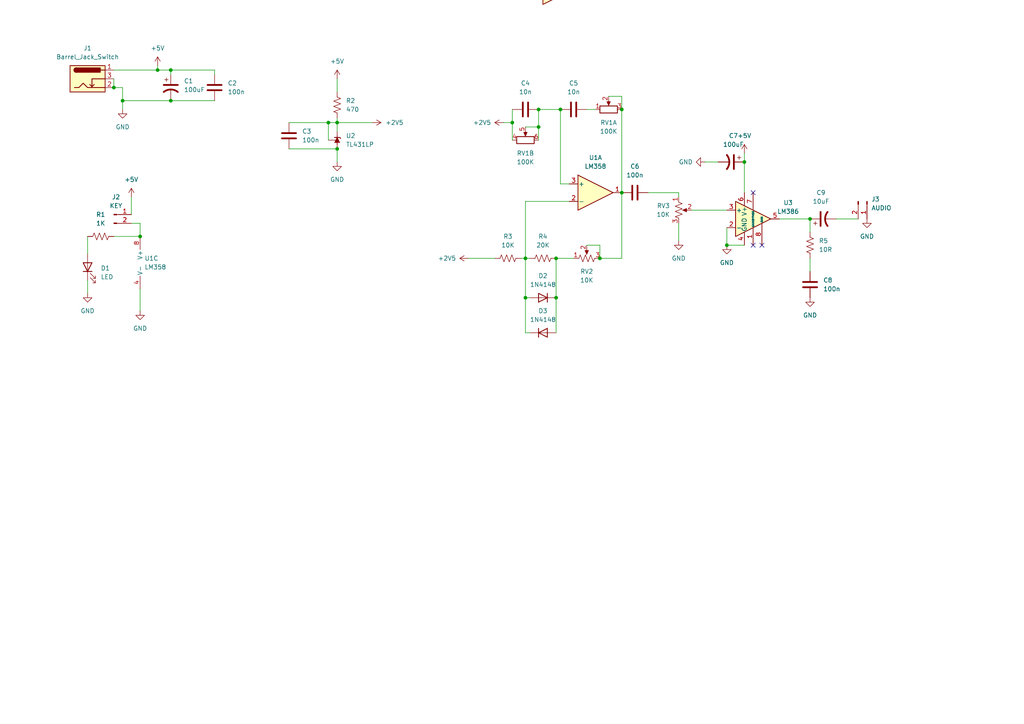
<source format=kicad_sch>
(kicad_sch (version 20211123) (generator eeschema)
  (paper "A4")
  (lib_symbols
    (symbol "Amplifier_Audio:LM386" (pin_names (offset 0.127))
      (property "Reference" "U" (at 1.27 7.62 0))
      (property "Value" "LM386" (at 1.27 5.08 0))
      (symbol "LM386_0_1"
        (polyline (pts (xy 5.08 0) (xy -5.08 5.08) (xy -5.08 -5.08) (xy 5.08 0)) (stroke (width 0.254)) (fill (type background)))
      )
      (symbol "LM386_1_1"
        (pin input line (at 0 -7.62 90) (length 5.08) (name "GAIN") (number "1"))
        (pin input line (at -7.62 -2.54 0) (length 2.54) (name "-") (number "2"))
        (pin input line (at -7.62 2.54 0) (length 2.54) (name "+") (number "3"))
        (pin power_in line (at -2.54 -7.62 90) (length 3.81) (name "GND") (number "4"))
        (pin output line (at 7.62 0 180) (length 2.54) (name "~") (number "5"))
        (pin power_in line (at -2.54 7.62 270) (length 3.81) (name "V+") (number "6"))
        (pin input line (at 0 7.62 270) (length 5.08) (name "BYPASS") (number "7"))
        (pin input line (at 2.54 -7.62 90) (length 6.35) (name "GAIN") (number "8"))
      )
    )
    (symbol "Amplifier_Operational:LM358" (pin_names (offset 0.127))
      (property "Reference" "U" (at 0 5.08 0))
      (property "Value" "LM358" (at 0 -5.08 0))
      (symbol "LM358_1_1"
        (polyline (pts (xy -5.08 5.08) (xy 5.08 0) (xy -5.08 -5.08) (xy -5.08 5.08)) (stroke (width 0.254)) (fill (type background)))
        (pin output line (at 7.62 0 180) (length 2.54) (name "~") (number "1"))
        (pin input line (at -7.62 -2.54 0) (length 2.54) (name "-") (number "2"))
        (pin input line (at -7.62 2.54 0) (length 2.54) (name "+") (number "3"))
      )
      (symbol "LM358_2_1"
        (polyline (pts (xy -5.08 5.08) (xy 5.08 0) (xy -5.08 -5.08) (xy -5.08 5.08)) (stroke (width 0.254)) (fill (type background)))
        (pin input line (at -7.62 2.54 0) (length 2.54) (name "+") (number "5"))
        (pin input line (at -7.62 -2.54 0) (length 2.54) (name "-") (number "6"))
        (pin output line (at 7.62 0 180) (length 2.54) (name "~") (number "7"))
      )
      (symbol "LM358_3_1"
        (pin power_in line (at -2.54 -7.62 90) (length 3.81) (name "V-") (number "4"))
        (pin power_in line (at -2.54 7.62 270) (length 3.81) (name "V+") (number "8"))
      )
    )
    (symbol "Connector:Barrel_Jack_Switch" (pin_names hide)
      (property "Reference" "J" (at 0 5.334 0))
      (property "Value" "Barrel_Jack_Switch" (at 0 -5.08 0))
      (symbol "Barrel_Jack_Switch_0_1"
        (rectangle (start -5.08 3.81) (end 5.08 -3.81) (stroke (width 0.254)) (fill (type background)))
        (arc (start -3.302 3.175) (mid -3.937 2.54) (end -3.302 1.905) (stroke (width 0.254)))
        (arc (start -3.302 3.175) (mid -3.937 2.54) (end -3.302 1.905) (stroke (width 0.254)) (fill (type outline)))
        (polyline (pts (xy 1.27 -2.286) (xy 1.905 -1.651)) (stroke (width 0.254)))
        (polyline (pts (xy 5.08 2.54) (xy 3.81 2.54)) (stroke (width 0.254)))
        (polyline (pts (xy 5.08 0) (xy 1.27 0) (xy 1.27 -2.286) (xy 0.635 -1.651)) (stroke (width 0.254)))
        (polyline (pts (xy -3.81 -2.54) (xy -2.54 -2.54) (xy -1.27 -1.27) (xy 0 -2.54) (xy 2.54 -2.54) (xy 5.08 -2.54)) (stroke (width 0.254)))
        (rectangle (start 3.683 3.175) (end -3.302 1.905) (stroke (width 0.254)) (fill (type outline)))
      )
      (symbol "Barrel_Jack_Switch_1_1"
        (pin passive line (at 7.62 2.54 180) (length 2.54) (name "~") (number "1"))
        (pin passive line (at 7.62 -2.54 180) (length 2.54) (name "~") (number "2"))
        (pin passive line (at 7.62 0 180) (length 2.54) (name "~") (number "3"))
      )
    )
    (symbol "Connector:Conn_01x02_Male" (pin_names (offset 1.016) hide)
      (property "Reference" "J" (at 0 2.54 0))
      (property "Value" "Conn_01x02_Male" (at 0 -5.08 0))
      (symbol "Conn_01x02_Male_1_1"
        (polyline (pts (xy 1.27 -2.54) (xy 0.8636 -2.54)) (stroke (width 0.1524)))
        (polyline (pts (xy 1.27 0) (xy 0.8636 0)) (stroke (width 0.1524)))
        (rectangle (start 0.8636 -2.413) (end 0 -2.667) (stroke (width 0.1524)) (fill (type outline)))
        (rectangle (start 0.8636 0.127) (end 0 -0.127) (stroke (width 0.1524)) (fill (type outline)))
        (pin passive line (at 5.08 0 180) (length 3.81) (name "Pin_1") (number "1"))
        (pin passive line (at 5.08 -2.54 180) (length 3.81) (name "Pin_2") (number "2"))
      )
    )
    (symbol "Device:C" (pin_numbers hide) (pin_names (offset 0.254))
      (property "Reference" "C" (at 0.635 2.54 0))
      (property "Value" "C" (at 0.635 -2.54 0))
      (symbol "C_0_1"
        (polyline (pts (xy -2.032 -0.762) (xy 2.032 -0.762)) (stroke (width 0.508)))
        (polyline (pts (xy -2.032 0.762) (xy 2.032 0.762)) (stroke (width 0.508)))
      )
      (symbol "C_1_1"
        (pin passive line (at 0 3.81 270) (length 2.794) (name "~") (number "1"))
        (pin passive line (at 0 -3.81 90) (length 2.794) (name "~") (number "2"))
      )
    )
    (symbol "Device:C_Polarized_US" (pin_numbers hide) (pin_names (offset 0.254) hide)
      (property "Reference" "C" (at 0.635 2.54 0))
      (property "Value" "C_Polarized_US" (at 0.635 -2.54 0))
      (symbol "C_Polarized_US_0_1"
        (polyline (pts (xy -2.032 0.762) (xy 2.032 0.762)) (stroke (width 0.508)))
        (polyline (pts (xy -1.778 2.286) (xy -0.762 2.286)))
        (polyline (pts (xy -1.27 1.778) (xy -1.27 2.794)))
        (arc (start 2.032 -1.27) (mid 0 -0.5572) (end -2.032 -1.27) (stroke (width 0.508)))
      )
      (symbol "C_Polarized_US_1_1"
        (pin passive line (at 0 3.81 270) (length 2.794) (name "~") (number "1"))
        (pin passive line (at 0 -3.81 90) (length 3.302) (name "~") (number "2"))
      )
    )
    (symbol "Device:LED" (pin_numbers hide) (pin_names (offset 1.016) hide)
      (property "Reference" "D" (at 0 2.54 0))
      (property "Value" "LED" (at 0 -2.54 0))
      (symbol "LED_0_1"
        (polyline (pts (xy -1.27 -1.27) (xy -1.27 1.27)) (stroke (width 0.254)))
        (polyline (pts (xy -1.27 0) (xy 1.27 0)))
        (polyline (pts (xy 1.27 -1.27) (xy 1.27 1.27) (xy -1.27 0) (xy 1.27 -1.27)) (stroke (width 0.254)))
        (polyline (pts (xy -3.048 -0.762) (xy -4.572 -2.286) (xy -3.81 -2.286) (xy -4.572 -2.286) (xy -4.572 -1.524)))
        (polyline (pts (xy -1.778 -0.762) (xy -3.302 -2.286) (xy -2.54 -2.286) (xy -3.302 -2.286) (xy -3.302 -1.524)))
      )
      (symbol "LED_1_1"
        (pin passive line (at -3.81 0 0) (length 2.54) (name "K") (number "1"))
        (pin passive line (at 3.81 0 180) (length 2.54) (name "A") (number "2"))
      )
    )
    (symbol "Device:R_Potentiometer_Dual_Separate" (pin_names (offset 1.016) hide)
      (property "Reference" "RV" (at -4.445 0 90))
      (property "Value" "R_Potentiometer_Dual_Separate" (at -2.54 0 90))
      (symbol "R_Potentiometer_Dual_Separate_0_1"
        (polyline (pts (xy 2.54 0) (xy 1.524 0)))
        (polyline (pts (xy 1.143 0) (xy 2.286 0.508) (xy 2.286 -0.508) (xy 1.143 0)) (fill (type outline)))
        (rectangle (start 1.016 2.54) (end -1.016 -2.54) (stroke (width 0.254)))
      )
      (symbol "R_Potentiometer_Dual_Separate_1_1"
        (pin passive line (at 0 3.81 270) (length 1.27) (name "1") (number "1"))
        (pin passive line (at 3.81 0 180) (length 1.27) (name "2") (number "2"))
        (pin passive line (at 0 -3.81 90) (length 1.27) (name "3") (number "3"))
      )
      (symbol "R_Potentiometer_Dual_Separate_2_1"
        (pin passive line (at 0 3.81 270) (length 1.27) (name "4") (number "4"))
        (pin passive line (at 3.81 0 180) (length 1.27) (name "5") (number "5"))
        (pin passive line (at 0 -3.81 90) (length 1.27) (name "6") (number "6"))
      )
    )
    (symbol "Device:R_Potentiometer_US" (pin_names (offset 1.016) hide)
      (property "Reference" "RV" (at -4.445 0 90))
      (property "Value" "R_Potentiometer_US" (at -2.54 0 90))
      (symbol "R_Potentiometer_US_0_1"
        (polyline (pts (xy 0 -2.286) (xy 0 -2.54)))
        (polyline (pts (xy 0 2.54) (xy 0 2.286)))
        (polyline (pts (xy 2.54 0) (xy 1.524 0)))
        (polyline (pts (xy 1.143 0) (xy 2.286 0.508) (xy 2.286 -0.508) (xy 1.143 0)) (fill (type outline)))
        (polyline (pts (xy 0 -0.762) (xy 1.016 -1.143) (xy 0 -1.524) (xy -1.016 -1.905) (xy 0 -2.286)))
        (polyline (pts (xy 0 0.762) (xy 1.016 0.381) (xy 0 0) (xy -1.016 -0.381) (xy 0 -0.762)))
        (polyline (pts (xy 0 2.286) (xy 1.016 1.905) (xy 0 1.524) (xy -1.016 1.143) (xy 0 0.762)))
      )
      (symbol "R_Potentiometer_US_1_1"
        (pin passive line (at 0 3.81 270) (length 1.27) (name "1") (number "1"))
        (pin passive line (at 3.81 0 180) (length 1.27) (name "2") (number "2"))
        (pin passive line (at 0 -3.81 90) (length 1.27) (name "3") (number "3"))
      )
    )
    (symbol "Device:R_US" (pin_numbers hide) (pin_names (offset 0))
      (property "Reference" "R" (at 2.54 0 90))
      (property "Value" "R_US" (at -2.54 0 90))
      (symbol "R_US_0_1"
        (polyline (pts (xy 0 -2.286) (xy 0 -2.54)))
        (polyline (pts (xy 0 2.286) (xy 0 2.54)))
        (polyline (pts (xy 0 -0.762) (xy 1.016 -1.143) (xy 0 -1.524) (xy -1.016 -1.905) (xy 0 -2.286)))
        (polyline (pts (xy 0 0.762) (xy 1.016 0.381) (xy 0 0) (xy -1.016 -0.381) (xy 0 -0.762)))
        (polyline (pts (xy 0 2.286) (xy 1.016 1.905) (xy 0 1.524) (xy -1.016 1.143) (xy 0 0.762)))
      )
      (symbol "R_US_1_1"
        (pin passive line (at 0 3.81 270) (length 1.27) (name "~") (number "1"))
        (pin passive line (at 0 -3.81 90) (length 1.27) (name "~") (number "2"))
      )
    )
    (symbol "Diode:1N4148" (pin_numbers hide) (pin_names (offset 1.016) hide)
      (property "Reference" "D" (at 0 2.54 0))
      (property "Value" "1N4148" (at 0 -2.54 0))
      (symbol "1N4148_0_1"
        (polyline (pts (xy -1.27 1.27) (xy -1.27 -1.27)) (stroke (width 0.254)))
        (polyline (pts (xy 1.27 0) (xy -1.27 0)))
        (polyline (pts (xy 1.27 1.27) (xy 1.27 -1.27) (xy -1.27 0) (xy 1.27 1.27)) (stroke (width 0.254)))
      )
      (symbol "1N4148_1_1"
        (pin passive line (at -3.81 0 0) (length 2.54) (name "K") (number "1"))
        (pin passive line (at 3.81 0 180) (length 2.54) (name "A") (number "2"))
      )
    )
    (symbol "Reference_Voltage:TL431LP" (pin_numbers hide) (pin_names hide)
      (property "Reference" "U" (at -2.54 2.54 0))
      (property "Value" "TL431LP" (at 0 -2.54 0))
      (symbol "TL431LP_0_1"
        (polyline (pts (xy -1.27 0) (xy 0 0) (xy 1.27 0)))
        (polyline (pts (xy -0.762 0.762) (xy 0.762 0) (xy -0.762 -0.762)) (fill (type outline)))
        (polyline (pts (xy 0.508 -1.016) (xy 0.762 -0.762) (xy 0.762 0.762) (xy 0.762 0.762)) (stroke (width 0.254)))
      )
      (symbol "TL431LP_1_1"
        (pin passive line (at 0 2.54 270) (length 2.54) (name "REF") (number "1"))
        (pin passive line (at -2.54 0 0) (length 2.54) (name "A") (number "2"))
        (pin passive line (at 2.54 0 180) (length 2.54) (name "K") (number "3"))
      )
    )
    (symbol "power:+2V5" (power) (pin_names (offset 0))
      (property "Value" "+2V5" (at 0 3.556 0))
      (symbol "+2V5_0_1"
        (polyline (pts (xy -0.762 1.27) (xy 0 2.54)))
        (polyline (pts (xy 0 0) (xy 0 2.54)))
        (polyline (pts (xy 0 2.54) (xy 0.762 1.27)))
      )
      (symbol "+2V5_1_1"
        (pin power_in line (at 0 0 90) (length 0) hide (name "+2V5") (number "1"))
      )
    )
    (symbol "power:+5V" (power) (pin_names (offset 0))
      (property "Value" "+5V" (at 0 3.556 0))
      (symbol "+5V_0_1"
        (polyline (pts (xy -0.762 1.27) (xy 0 2.54)))
        (polyline (pts (xy 0 0) (xy 0 2.54)))
        (polyline (pts (xy 0 2.54) (xy 0.762 1.27)))
      )
      (symbol "+5V_1_1"
        (pin power_in line (at 0 0 90) (length 0) hide (name "+5V") (number "1"))
      )
    )
    (symbol "power:GND" (power) (pin_names (offset 0))
      (property "Value" "GND" (at 0 -3.81 0))
      (symbol "GND_0_1"
        (polyline (pts (xy 0 0) (xy 0 -1.27) (xy 1.27 -1.27) (xy 0 -2.54) (xy -1.27 -1.27) (xy 0 -1.27)))
      )
      (symbol "GND_1_1"
        (pin power_in line (at 0 0 270) (length 0) hide (name "GND") (number "1"))
      )
    )
  )
  (junction (at 35.56 29.21))
  (junction (at 156.21 36.83))
  (junction (at 148.59 35.56))
  (junction (at 215.9 46.99))
  (junction (at 162.56 31.75))
  (junction (at 152.4 74.93))
  (junction (at 173.99 74.93))
  (junction (at 234.95 63.5))
  (junction (at 180.34 55.88))
  (junction (at 45.72 20.32))
  (junction (at 161.29 74.93))
  (junction (at 33.02 25.4))
  (junction (at 152.4 86.36))
  (junction (at 180.34 31.75))
  (junction (at 49.53 29.21))
  (junction (at 97.79 43.18))
  (junction (at 161.29 86.36))
  (junction (at 40.64 68.58))
  (junction (at 49.53 20.32))
  (junction (at 95.25 35.56))
  (junction (at 156.21 31.75))
  (junction (at 97.79 35.56))
  (junction (at 210.82 71.12))
  (no_connect (at 220.98 71.12))
  (no_connect (at 218.44 55.88))
  (no_connect (at 170.18 -3.81))
  (no_connect (at 154.94 -1.27))
  (no_connect (at 154.94 -6.35))
  (no_connect (at 218.44 71.12))
  (wire (pts (xy 25.4 73.66) (xy 25.4 68.58)))
  (wire (pts (xy 35.56 25.4) (xy 35.56 29.21)))
  (wire (pts (xy 156.21 31.75) (xy 156.21 36.83)))
  (wire (pts (xy 242.57 63.5) (xy 248.92 63.5)))
  (wire (pts (xy 152.4 74.93) (xy 152.4 86.36)))
  (wire (pts (xy 187.96 55.88) (xy 196.85 55.88)))
  (wire (pts (xy 165.1 58.42) (xy 152.4 58.42)))
  (wire (pts (xy 40.64 90.17) (xy 40.64 83.82)))
  (wire (pts (xy 173.99 74.93) (xy 173.99 71.12)))
  (wire (pts (xy 170.18 31.75) (xy 172.72 31.75)))
  (wire (pts (xy 148.59 35.56) (xy 148.59 40.64)))
  (wire (pts (xy 234.95 74.93) (xy 234.95 78.74)))
  (wire (pts (xy 196.85 69.85) (xy 196.85 64.77)))
  (wire (pts (xy 33.02 68.58) (xy 40.64 68.58)))
  (wire (pts (xy 33.02 25.4) (xy 35.56 25.4)))
  (wire (pts (xy 83.82 43.18) (xy 97.79 43.18)))
  (wire (pts (xy 165.1 53.34) (xy 162.56 53.34)))
  (wire (pts (xy 49.53 20.32) (xy 62.23 20.32)))
  (wire (pts (xy 97.79 22.86) (xy 97.79 26.67)))
  (wire (pts (xy 49.53 20.32) (xy 49.53 21.59)))
  (wire (pts (xy 49.53 29.21) (xy 62.23 29.21)))
  (wire (pts (xy 162.56 53.34) (xy 162.56 31.75)))
  (wire (pts (xy 180.34 31.75) (xy 180.34 55.88)))
  (wire (pts (xy 35.56 29.21) (xy 49.53 29.21)))
  (wire (pts (xy 38.1 64.77) (xy 40.64 64.77)))
  (wire (pts (xy 97.79 35.56) (xy 107.95 35.56)))
  (wire (pts (xy 173.99 71.12) (xy 170.18 71.12)))
  (wire (pts (xy 176.53 27.94) (xy 180.34 27.94)))
  (wire (pts (xy 173.99 74.93) (xy 180.34 74.93)))
  (wire (pts (xy 215.9 44.45) (xy 215.9 46.99)))
  (wire (pts (xy 95.25 40.64) (xy 95.25 35.56)))
  (wire (pts (xy 152.4 58.42) (xy 152.4 74.93)))
  (wire (pts (xy 153.67 74.93) (xy 152.4 74.93)))
  (wire (pts (xy 40.64 64.77) (xy 40.64 68.58)))
  (wire (pts (xy 161.29 74.93) (xy 161.29 86.36)))
  (wire (pts (xy 180.34 27.94) (xy 180.34 31.75)))
  (wire (pts (xy 33.02 20.32) (xy 45.72 20.32)))
  (wire (pts (xy 152.4 96.52) (xy 153.67 96.52)))
  (wire (pts (xy 146.05 35.56) (xy 148.59 35.56)))
  (wire (pts (xy 38.1 57.15) (xy 38.1 62.23)))
  (wire (pts (xy 161.29 74.93) (xy 166.37 74.93)))
  (wire (pts (xy 45.72 20.32) (xy 45.72 19.05)))
  (wire (pts (xy 97.79 34.29) (xy 97.79 35.56)))
  (wire (pts (xy 97.79 35.56) (xy 97.79 38.1)))
  (wire (pts (xy 152.4 74.93) (xy 151.13 74.93)))
  (wire (pts (xy 83.82 35.56) (xy 95.25 35.56)))
  (wire (pts (xy 25.4 81.28) (xy 25.4 85.09)))
  (wire (pts (xy 180.34 74.93) (xy 180.34 55.88)))
  (wire (pts (xy 95.25 35.56) (xy 97.79 35.56)))
  (wire (pts (xy 210.82 66.04) (xy 210.82 71.12)))
  (wire (pts (xy 35.56 29.21) (xy 35.56 31.75)))
  (wire (pts (xy 148.59 31.75) (xy 148.59 35.56)))
  (wire (pts (xy 226.06 63.5) (xy 234.95 63.5)))
  (wire (pts (xy 215.9 46.99) (xy 215.9 55.88)))
  (wire (pts (xy 135.89 74.93) (xy 143.51 74.93)))
  (wire (pts (xy 152.4 36.83) (xy 156.21 36.83)))
  (wire (pts (xy 196.85 55.88) (xy 196.85 57.15)))
  (wire (pts (xy 152.4 86.36) (xy 152.4 96.52)))
  (wire (pts (xy 156.21 31.75) (xy 162.56 31.75)))
  (wire (pts (xy 62.23 20.32) (xy 62.23 21.59)))
  (wire (pts (xy 33.02 22.86) (xy 33.02 25.4)))
  (wire (pts (xy 234.95 63.5) (xy 234.95 67.31)))
  (wire (pts (xy 156.21 36.83) (xy 156.21 40.64)))
  (wire (pts (xy 200.66 60.96) (xy 210.82 60.96)))
  (wire (pts (xy 210.82 71.12) (xy 215.9 71.12)))
  (wire (pts (xy 161.29 86.36) (xy 161.29 96.52)))
  (wire (pts (xy 204.47 46.99) (xy 208.28 46.99)))
  (wire (pts (xy 152.4 86.36) (xy 153.67 86.36)))
  (wire (pts (xy 97.79 43.18) (xy 97.79 46.99)))
  (wire (pts (xy 45.72 20.32) (xy 49.53 20.32)))
  (symbol (lib_id "Device:C") (at 166.37 31.75 90) (unit 1)
    (property "Reference" "C5" (at 166.37 24.13 90))
    (property "Value" "10n" (at 166.37 26.67 90))
    (property "Footprint" "Capacitor_THT:C_Disc_D3.0mm_W2.0mm_P2.50mm" (effects hide))
  )
  (symbol (lib_id "Device:C_Polarized_US") (at 49.53 25.4 0) (unit 1)
    (property "Reference" "C1" (at 53.34 23.4949 0) (effects (justify left)))
    (property "Value" "100uF" (at 53.34 26.0349 0) (effects (justify left)))
    (property "Footprint" "Capacitor_THT:CP_Radial_D5.0mm_P2.50mm" (effects hide))
  )
  (symbol (lib_id "power:+2V5") (at 146.05 35.56 90) (unit 1)
    (property "Reference" "#PWR0116" (effects hide))
    (property "Value" "+2V5" (at 137.16 35.56 90) (effects (justify right)))
  )
  (symbol (lib_id "power:GND") (at 40.64 90.17 0) (unit 1)
    (property "Reference" "#PWR0114" (effects hide))
    (property "Value" "GND" (at 40.64 95.25 0))
  )
  (symbol (lib_id "power:GND") (at 196.85 69.85 0) (unit 1)
    (property "Reference" "#PWR0101" (effects hide))
    (property "Value" "GND" (at 196.85 74.93 0))
  )
  (symbol (lib_id "power:+5V") (at 97.79 22.86 0) (unit 1)
    (property "Reference" "#PWR0109" (effects hide))
    (property "Value" "+5V" (at 97.79 17.78 0))
  )
  (symbol (lib_id "Connector:Conn_01x02_Male") (at 251.46 58.42 270) (unit 1)
    (property "Reference" "J3" (at 252.73 57.7849 90) (effects (justify left)))
    (property "Value" "AUDIO" (at 252.73 60.3249 90) (effects (justify left)))
    (property "Footprint" "Connector_PinSocket_2.54mm:PinSocket_1x02_P2.54mm_Vertical" (effects hide))
  )
  (symbol (lib_id "Device:C") (at 234.95 82.55 180) (unit 1)
    (property "Reference" "C8" (at 238.76 81.2799 0) (effects (justify right)))
    (property "Value" "100n" (at 238.76 83.8199 0) (effects (justify right)))
    (property "Footprint" "Capacitor_THT:C_Disc_D3.0mm_W2.0mm_P2.50mm" (effects hide))
  )
  (symbol (lib_id "power:+2V5") (at 135.89 74.93 90) (unit 1)
    (property "Reference" "#PWR0115" (effects hide))
    (property "Value" "+2V5" (at 127 74.93 90) (effects (justify right)))
  )
  (symbol (lib_id "power:GND") (at 234.95 86.36 0) (unit 1)
    (property "Reference" "#PWR0103" (effects hide))
    (property "Value" "GND" (at 234.95 91.44 0))
  )
  (symbol (lib_id "Amplifier_Operational:LM358") (at 43.18 76.2 0) (unit 3)
    (property "Reference" "U1" (at 41.91 74.9299 0) (effects (justify left)))
    (property "Value" "LM358" (at 41.91 77.4699 0) (effects (justify left)))
    (property "Footprint" "Package_DIP:DIP-8_W7.62mm_LongPads" (effects hide))
    (property "Datasheet" "http://www.ti.com/lit/ds/symlink/lm2904-n.pdf" (effects hide))
  )
  (symbol (lib_id "power:GND") (at 204.47 46.99 270) (unit 1)
    (property "Reference" "#PWR0105" (effects hide))
    (property "Value" "GND" (at 196.85 46.99 90) (effects (justify left)))
  )
  (symbol (lib_id "Diode:1N4148") (at 157.48 96.52 0) (unit 1)
    (property "Reference" "D3" (at 157.48 90.17 0))
    (property "Value" "1N4148" (at 157.48 92.71 0))
    (property "Footprint" "Diode_THT:D_DO-35_SOD27_P7.62mm_Horizontal" (effects hide))
    (property "Datasheet" "https://assets.nexperia.com/documents/data-sheet/1N4148_1N4448.pdf" (effects hide))
  )
  (symbol (lib_id "Device:R_Potentiometer_Dual_Separate") (at 176.53 31.75 90) (unit 1)
    (property "Reference" "RV1" (at 176.53 35.56 90))
    (property "Value" "100K" (at 176.53 38.1 90))
    (property "Footprint" "Potentiometer_THT:Potentiometer_Alps_RK097_Dual_Horizontal" (effects hide))
  )
  (symbol (lib_id "Device:R_US") (at 234.95 71.12 180) (unit 1)
    (property "Reference" "R5" (at 237.49 69.8499 0) (effects (justify right)))
    (property "Value" "10R" (at 237.49 72.3899 0) (effects (justify right)))
    (property "Footprint" "Resistor_SMD:R_1206_3216Metric" (effects hide))
  )
  (symbol (lib_id "power:GND") (at 210.82 71.12 0) (unit 1)
    (property "Reference" "#PWR0102" (effects hide))
    (property "Value" "GND" (at 210.82 76.2 0))
  )
  (symbol (lib_id "Device:R_Potentiometer_Dual_Separate") (at 152.4 40.64 90) (unit 2)
    (property "Reference" "RV1" (at 152.4 44.45 90))
    (property "Value" "100K" (at 152.4 46.99 90))
    (property "Footprint" "Potentiometer_THT:Potentiometer_Alps_RK097_Dual_Horizontal" (effects hide))
  )
  (symbol (lib_id "power:GND") (at 97.79 46.99 0) (unit 1)
    (property "Reference" "#PWR0112" (effects hide))
    (property "Value" "GND" (at 97.79 52.07 0))
  )
  (symbol (lib_id "power:+5V") (at 38.1 57.15 0) (unit 1)
    (property "Reference" "#PWR0111" (effects hide))
    (property "Value" "+5V" (at 38.1 52.07 0))
  )
  (symbol (lib_id "power:GND") (at 25.4 85.09 0) (unit 1)
    (property "Reference" "#PWR0113" (effects hide))
    (property "Value" "GND" (at 25.4 90.17 0))
  )
  (symbol (lib_id "Device:C_Polarized_US") (at 238.76 63.5 90) (unit 1)
    (property "Reference" "C9" (at 238.125 55.88 90))
    (property "Value" "10uF" (at 238.125 58.42 90))
    (property "Footprint" "Capacitor_THT:CP_Radial_D5.0mm_P2.50mm" (effects hide))
  )
  (symbol (lib_id "Device:C") (at 83.82 39.37 0) (unit 1)
    (property "Reference" "C3" (at 87.63 38.0999 0) (effects (justify left)))
    (property "Value" "100n" (at 87.63 40.6399 0) (effects (justify left)))
    (property "Footprint" "Capacitor_THT:C_Disc_D3.0mm_W2.0mm_P2.50mm" (effects hide))
  )
  (symbol (lib_id "Connector:Conn_01x02_Male") (at 33.02 62.23 0) (unit 1)
    (property "Reference" "J2" (at 33.655 57.15 0))
    (property "Value" "KEY" (at 33.655 59.69 0))
    (property "Footprint" "Connector_PinSocket_2.54mm:PinSocket_1x02_P2.54mm_Vertical" (effects hide))
  )
  (symbol (lib_id "power:+5V") (at 215.9 44.45 0) (unit 1)
    (property "Reference" "#PWR0106" (effects hide))
    (property "Value" "+5V" (at 215.9 39.37 0))
  )
  (symbol (lib_id "power:+2V5") (at 107.95 35.56 270) (unit 1)
    (property "Reference" "#PWR0108" (effects hide))
    (property "Value" "+2V5" (at 111.76 35.5599 90) (effects (justify left)))
  )
  (symbol (lib_id "power:GND") (at 251.46 63.5 0) (unit 1)
    (property "Reference" "#PWR0104" (effects hide))
    (property "Value" "GND" (at 251.46 68.58 0))
  )
  (symbol (lib_id "Device:R_US") (at 97.79 30.48 0) (unit 1)
    (property "Reference" "R2" (at 100.33 29.2099 0) (effects (justify left)))
    (property "Value" "470" (at 100.33 31.7499 0) (effects (justify left)))
    (property "Footprint" "Resistor_SMD:R_1206_3216Metric" (effects hide))
  )
  (symbol (lib_id "power:+5V") (at 45.72 19.05 0) (unit 1)
    (property "Reference" "#PWR0107" (effects hide))
    (property "Value" "+5V" (at 45.72 13.97 0))
  )
  (symbol (lib_id "Device:R_US") (at 157.48 74.93 90) (unit 1)
    (property "Reference" "R4" (at 157.48 68.58 90))
    (property "Value" "20K" (at 157.48 71.12 90))
    (property "Footprint" "Resistor_SMD:R_1206_3216Metric" (effects hide))
  )
  (symbol (lib_id "Amplifier_Operational:LM358") (at 162.56 -3.81 0) (unit 2)
    (property "Reference" "U1" (at 162.56 -13.97 0))
    (property "Value" "LM358" (at 162.56 -11.43 0))
    (property "Footprint" "Package_DIP:DIP-8_W7.62mm_LongPads" (effects hide))
    (property "Datasheet" "http://www.ti.com/lit/ds/symlink/lm2904-n.pdf" (effects hide))
  )
  (symbol (lib_id "Reference_Voltage:TL431LP") (at 97.79 40.64 90) (unit 1)
    (property "Reference" "U2" (at 100.33 39.3699 90) (effects (justify right)))
    (property "Value" "TL431LP" (at 100.33 41.9099 90) (effects (justify right)))
    (property "Footprint" "Package_TO_SOT_THT:TO-92_Inline" (effects hide))
    (property "Datasheet" "http://www.ti.com/lit/ds/symlink/tl431.pdf" (effects hide))
  )
  (symbol (lib_id "Diode:1N4148") (at 157.48 86.36 180) (unit 1)
    (property "Reference" "D2" (at 157.48 80.01 0))
    (property "Value" "1N4148" (at 157.48 82.55 0))
    (property "Footprint" "Diode_THT:D_DO-35_SOD27_P7.62mm_Horizontal" (effects hide))
    (property "Datasheet" "https://assets.nexperia.com/documents/data-sheet/1N4148_1N4448.pdf" (effects hide))
  )
  (symbol (lib_id "power:GND") (at 35.56 31.75 0) (unit 1)
    (property "Reference" "#PWR0110" (effects hide))
    (property "Value" "GND" (at 35.56 36.83 0))
  )
  (symbol (lib_id "Device:R_Potentiometer_US") (at 196.85 60.96 0) (unit 1)
    (property "Reference" "RV3" (at 194.31 59.6899 0) (effects (justify right)))
    (property "Value" "10K" (at 194.31 62.2299 0) (effects (justify right)))
    (property "Footprint" "Potentiometer_THT:Potentiometer_Alps_RK09Y11_Single_Horizontal" (effects hide))
  )
  (symbol (lib_id "Device:C_Polarized_US") (at 212.09 46.99 270) (unit 1)
    (property "Reference" "C7" (at 212.725 39.37 90))
    (property "Value" "100uF" (at 212.725 41.91 90))
    (property "Footprint" "Capacitor_THT:CP_Radial_D5.0mm_P2.50mm" (effects hide))
  )
  (symbol (lib_id "Device:R_US") (at 29.21 68.58 90) (unit 1)
    (property "Reference" "R1" (at 29.21 62.23 90))
    (property "Value" "1K" (at 29.21 64.77 90))
    (property "Footprint" "Resistor_SMD:R_1206_3216Metric" (effects hide))
  )
  (symbol (lib_id "Amplifier_Operational:LM358") (at 172.72 55.88 0) (unit 1)
    (property "Reference" "U1" (at 172.72 45.72 0))
    (property "Value" "LM358" (at 172.72 48.26 0))
    (property "Footprint" "Package_DIP:DIP-8_W7.62mm_LongPads" (effects hide))
    (property "Datasheet" "http://www.ti.com/lit/ds/symlink/lm2904-n.pdf" (effects hide))
  )
  (symbol (lib_id "Device:C") (at 184.15 55.88 90) (unit 1)
    (property "Reference" "C6" (at 184.15 48.26 90))
    (property "Value" "100n" (at 184.15 50.8 90))
    (property "Footprint" "Capacitor_THT:C_Disc_D3.0mm_W2.0mm_P2.50mm" (effects hide))
  )
  (symbol (lib_id "Amplifier_Audio:LM386") (at 218.44 63.5 0) (unit 1)
    (property "Reference" "U3" (at 228.6 58.801 0))
    (property "Value" "LM386" (at 228.6 61.341 0))
    (property "Footprint" "Package_DIP:DIP-8_W7.62mm_LongPads" (effects hide))
    (property "Datasheet" "http://www.ti.com/lit/ds/symlink/lm386.pdf" (effects hide))
  )
  (symbol (lib_id "Device:R_US") (at 147.32 74.93 90) (unit 1)
    (property "Reference" "R3" (at 147.32 68.58 90))
    (property "Value" "10K" (at 147.32 71.12 90))
    (property "Footprint" "Resistor_SMD:R_1206_3216Metric" (effects hide))
  )
  (symbol (lib_id "Device:C") (at 62.23 25.4 0) (unit 1)
    (property "Reference" "C2" (at 66.04 24.1299 0) (effects (justify left)))
    (property "Value" "100n" (at 66.04 26.6699 0) (effects (justify left)))
    (property "Footprint" "Capacitor_THT:C_Disc_D3.0mm_W2.0mm_P2.50mm" (effects hide))
  )
  (symbol (lib_id "Device:C") (at 152.4 31.75 90) (unit 1)
    (property "Reference" "C4" (at 152.4 24.13 90))
    (property "Value" "10n" (at 152.4 26.67 90))
    (property "Footprint" "Capacitor_THT:C_Disc_D3.0mm_W2.0mm_P2.50mm" (effects hide))
  )
  (symbol (lib_id "Connector:Barrel_Jack_Switch") (at 25.4 22.86 0) (unit 1)
    (property "Reference" "J1" (at 25.4 13.97 0))
    (property "Value" "Barrel_Jack_Switch" (at 25.4 16.51 0))
    (property "Footprint" "Connector_BarrelJack:BarrelJack_Wuerth_6941xx301002" (effects hide))
  )
  (symbol (lib_id "Device:R_Potentiometer_US") (at 170.18 74.93 90) (unit 1)
    (property "Reference" "RV2" (at 170.18 78.74 90))
    (property "Value" "10K" (at 170.18 81.28 90))
    (property "Footprint" "Potentiometer_THT:Potentiometer_Alps_RK09Y11_Single_Horizontal" (effects hide))
  )
  (symbol (lib_id "Device:LED") (at 25.4 77.47 90) (unit 1)
    (property "Reference" "D1" (at 29.21 77.7874 90) (effects (justify right)))
    (property "Value" "LED" (at 29.21 80.3274 90) (effects (justify right)))
    (property "Footprint" "LED_THT:LED_D5.0mm_FlatTop" (effects hide))
  )
)
</source>
